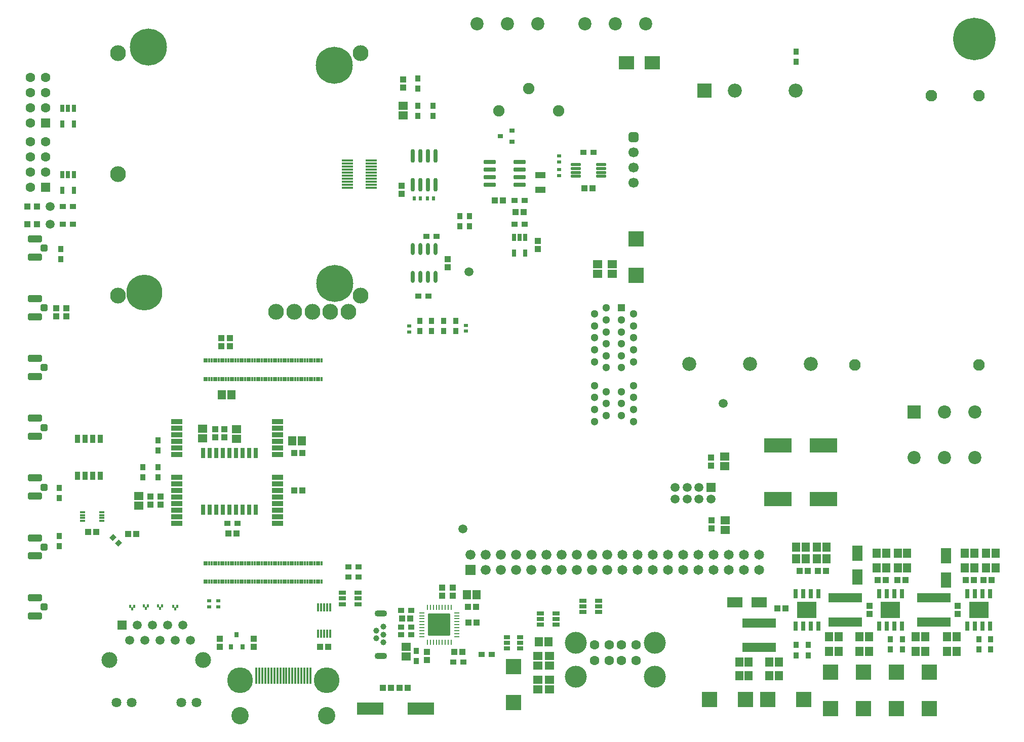
<source format=gts>
G04*
G04 #@! TF.GenerationSoftware,Altium Limited,Altium Designer,24.4.1 (13)*
G04*
G04 Layer_Color=8388736*
%FSLAX44Y44*%
%MOMM*%
G71*
G04*
G04 #@! TF.SameCoordinates,DEE5000B-EDBE-4967-835A-DE593A8545BB*
G04*
G04*
G04 #@! TF.FilePolarity,Negative*
G04*
G01*
G75*
%ADD31R,0.8000X0.9000*%
%ADD32R,1.0000X0.9000*%
%ADD36R,0.9000X1.0000*%
%ADD54R,0.9000X0.8000*%
%ADD57R,1.8000X1.0000*%
G04:AMPARAMS|DCode=58|XSize=1.625mm|YSize=0.5mm|CornerRadius=0.0625mm|HoleSize=0mm|Usage=FLASHONLY|Rotation=0.000|XOffset=0mm|YOffset=0mm|HoleType=Round|Shape=RoundedRectangle|*
%AMROUNDEDRECTD58*
21,1,1.6250,0.3750,0,0,0.0*
21,1,1.5000,0.5000,0,0,0.0*
1,1,0.1250,0.7500,-0.1875*
1,1,0.1250,-0.7500,-0.1875*
1,1,0.1250,-0.7500,0.1875*
1,1,0.1250,0.7500,0.1875*
%
%ADD58ROUNDEDRECTD58*%
%ADD61R,0.3000X1.4000*%
%ADD62R,4.5000X2.0000*%
G04:AMPARAMS|DCode=63|XSize=0.825mm|YSize=0.25mm|CornerRadius=0.0313mm|HoleSize=0mm|Usage=FLASHONLY|Rotation=180.000|XOffset=0mm|YOffset=0mm|HoleType=Round|Shape=RoundedRectangle|*
%AMROUNDEDRECTD63*
21,1,0.8250,0.1875,0,0,180.0*
21,1,0.7625,0.2500,0,0,180.0*
1,1,0.0625,-0.3813,0.0938*
1,1,0.0625,0.3813,0.0938*
1,1,0.0625,0.3813,-0.0938*
1,1,0.0625,-0.3813,-0.0938*
%
%ADD63ROUNDEDRECTD63*%
G04:AMPARAMS|DCode=64|XSize=0.25mm|YSize=0.825mm|CornerRadius=0.0313mm|HoleSize=0mm|Usage=FLASHONLY|Rotation=180.000|XOffset=0mm|YOffset=0mm|HoleType=Round|Shape=RoundedRectangle|*
%AMROUNDEDRECTD64*
21,1,0.2500,0.7625,0,0,180.0*
21,1,0.1875,0.8250,0,0,180.0*
1,1,0.0625,-0.0938,0.3813*
1,1,0.0625,0.0938,0.3813*
1,1,0.0625,0.0938,-0.3813*
1,1,0.0625,-0.0938,-0.3813*
%
%ADD64ROUNDEDRECTD64*%
%ADD65R,1.0600X0.6500*%
G04:AMPARAMS|DCode=68|XSize=1.95mm|YSize=0.6mm|CornerRadius=0.075mm|HoleSize=0mm|Usage=FLASHONLY|Rotation=180.000|XOffset=0mm|YOffset=0mm|HoleType=Round|Shape=RoundedRectangle|*
%AMROUNDEDRECTD68*
21,1,1.9500,0.4500,0,0,180.0*
21,1,1.8000,0.6000,0,0,180.0*
1,1,0.1500,-0.9000,0.2250*
1,1,0.1500,0.9000,0.2250*
1,1,0.1500,0.9000,-0.2250*
1,1,0.1500,-0.9000,-0.2250*
%
%ADD68ROUNDEDRECTD68*%
%ADD71R,1.1000X1.0000*%
%ADD72R,1.5000X1.4000*%
%ADD73R,0.3000X0.8000*%
%ADD74R,0.7000X1.2500*%
%ADD75R,1.0000X1.1000*%
%ADD76R,0.8000X1.8000*%
%ADD77R,0.7000X1.8000*%
%ADD78R,1.4000X1.5000*%
%ADD79R,0.7000X0.6000*%
%ADD80R,0.6000X0.7000*%
%ADD81O,0.7000X2.3000*%
%ADD82R,2.5500X2.6500*%
%ADD83R,5.6000X1.5300*%
%ADD84R,3.2000X2.7000*%
%ADD85R,0.7500X1.6250*%
%ADD86R,1.8000X2.6000*%
%ADD87R,1.2500X0.7000*%
%ADD88R,0.3000X0.5300*%
G04:AMPARAMS|DCode=89|XSize=2.3mm|YSize=1.15mm|CornerRadius=0.155mm|HoleSize=0mm|Usage=FLASHONLY|Rotation=180.000|XOffset=0mm|YOffset=0mm|HoleType=Round|Shape=RoundedRectangle|*
%AMROUNDEDRECTD89*
21,1,2.3000,0.8400,0,0,180.0*
21,1,1.9900,1.1500,0,0,180.0*
1,1,0.3100,-0.9950,0.4200*
1,1,0.3100,0.9950,0.4200*
1,1,0.3100,0.9950,-0.4200*
1,1,0.3100,-0.9950,-0.4200*
%
%ADD89ROUNDEDRECTD89*%
G04:AMPARAMS|DCode=90|XSize=1.15mm|YSize=1.15mm|CornerRadius=0.155mm|HoleSize=0mm|Usage=FLASHONLY|Rotation=90.000|XOffset=0mm|YOffset=0mm|HoleType=Round|Shape=RoundedRectangle|*
%AMROUNDEDRECTD90*
21,1,1.1500,0.8400,0,0,90.0*
21,1,0.8400,1.1500,0,0,90.0*
1,1,0.3100,0.4200,0.4200*
1,1,0.3100,0.4200,-0.4200*
1,1,0.3100,-0.4200,-0.4200*
1,1,0.3100,-0.4200,0.4200*
%
%ADD90ROUNDEDRECTD90*%
G04:AMPARAMS|DCode=91|XSize=0.725mm|YSize=0.95mm|CornerRadius=0mm|HoleSize=0mm|Usage=FLASHONLY|Rotation=135.000|XOffset=0mm|YOffset=0mm|HoleType=Round|Shape=Rectangle|*
%AMROTATEDRECTD91*
4,1,4,0.5922,0.0795,-0.0795,-0.5922,-0.5922,-0.0795,0.0795,0.5922,0.5922,0.0795,0.0*
%
%ADD91ROTATEDRECTD91*%

%ADD92R,0.9000X0.4000*%
%ADD93R,1.0000X1.0000*%
%ADD94C,1.5000*%
%ADD95R,0.4000X2.7000*%
%ADD96O,0.7000X2.0000*%
%ADD97R,0.8600X1.3500*%
%ADD98R,1.9000X0.3500*%
%ADD99R,1.9000X0.9000*%
G04:AMPARAMS|DCode=100|XSize=3.7mm|YSize=3.7mm|CornerRadius=0.1295mm|HoleSize=0mm|Usage=FLASHONLY|Rotation=180.000|XOffset=0mm|YOffset=0mm|HoleType=Round|Shape=RoundedRectangle|*
%AMROUNDEDRECTD100*
21,1,3.7000,3.4410,0,0,180.0*
21,1,3.4410,3.7000,0,0,180.0*
1,1,0.2590,-1.7205,1.7205*
1,1,0.2590,1.7205,1.7205*
1,1,0.2590,1.7205,-1.7205*
1,1,0.2590,-1.7205,-1.7205*
%
%ADD100ROUNDEDRECTD100*%
%ADD101R,2.5500X2.2500*%
%ADD102R,4.6500X2.4000*%
%ADD103R,2.6000X1.8000*%
%ADD104R,2.6500X2.5500*%
%ADD105C,1.0000*%
%ADD106O,2.1000X1.1000*%
%ADD107R,1.5000X1.5000*%
%ADD108C,1.6300*%
%ADD109C,2.6500*%
%ADD110C,0.1000*%
%ADD111C,7.1000*%
%ADD112C,1.6500*%
%ADD113C,1.6750*%
%ADD114R,1.6750X1.6750*%
%ADD115C,1.9000*%
%ADD116C,1.9500*%
%ADD117C,2.3500*%
%ADD118R,2.3500X2.3500*%
%ADD119C,2.2000*%
%ADD120R,2.2000X2.2000*%
%ADD121C,1.6000*%
%ADD122C,3.6700*%
%ADD123C,1.3000*%
%ADD124R,1.3000X1.3000*%
%ADD125C,4.3000*%
%ADD126C,2.9000*%
%ADD127C,1.7000*%
G04:AMPARAMS|DCode=128|XSize=1.7mm|YSize=1.7mm|CornerRadius=0.45mm|HoleSize=0mm|Usage=FLASHONLY|Rotation=90.000|XOffset=0mm|YOffset=0mm|HoleType=Round|Shape=RoundedRectangle|*
%AMROUNDEDRECTD128*
21,1,1.7000,0.8000,0,0,90.0*
21,1,0.8000,1.7000,0,0,90.0*
1,1,0.9000,0.4000,0.4000*
1,1,0.9000,0.4000,-0.4000*
1,1,0.9000,-0.4000,-0.4000*
1,1,0.9000,-0.4000,0.4000*
%
%ADD128ROUNDEDRECTD128*%
%ADD129C,2.6400*%
%ADD130C,6.1960*%
%ADD131C,6.0000*%
%ADD132R,1.6000X1.6000*%
D31*
X537000Y203000D02*
D03*
X546500Y183000D02*
D03*
X527500D02*
D03*
D32*
X1001500Y890000D02*
D03*
X1018500D02*
D03*
X857500Y770000D02*
D03*
X840500D02*
D03*
X1133500Y1010000D02*
D03*
X1116500D02*
D03*
X871000Y870000D02*
D03*
X854000D02*
D03*
X538500Y390000D02*
D03*
X521500D02*
D03*
X899000Y157500D02*
D03*
X916000D02*
D03*
X1001500Y930000D02*
D03*
X1018500D02*
D03*
X828500Y203000D02*
D03*
X811500D02*
D03*
X828500Y244000D02*
D03*
X811500D02*
D03*
X828500Y216000D02*
D03*
X811500D02*
D03*
X946500Y170000D02*
D03*
X963500D02*
D03*
X263500Y920000D02*
D03*
X246500D02*
D03*
X263500Y890000D02*
D03*
X246500D02*
D03*
X740500Y317000D02*
D03*
X723500D02*
D03*
X724000Y300000D02*
D03*
X741000D02*
D03*
D36*
X380000Y483500D02*
D03*
Y466500D02*
D03*
X405000D02*
D03*
Y483500D02*
D03*
X926500Y886500D02*
D03*
Y903500D02*
D03*
X910000Y886500D02*
D03*
Y903500D02*
D03*
X840000Y1133500D02*
D03*
Y1116500D02*
D03*
Y1071500D02*
D03*
Y1088500D02*
D03*
X865000Y1071500D02*
D03*
Y1088500D02*
D03*
X240000Y431500D02*
D03*
Y448500D02*
D03*
X242500Y831500D02*
D03*
Y848500D02*
D03*
X1472500Y1178500D02*
D03*
Y1161500D02*
D03*
X883000Y711500D02*
D03*
Y728500D02*
D03*
X863000Y711500D02*
D03*
Y728500D02*
D03*
X903000Y711500D02*
D03*
Y728500D02*
D03*
X843000Y711500D02*
D03*
Y728500D02*
D03*
X405000Y511500D02*
D03*
Y528500D02*
D03*
X837500Y176000D02*
D03*
Y159000D02*
D03*
X1492500Y169000D02*
D03*
Y186000D02*
D03*
X1472500D02*
D03*
Y169000D02*
D03*
X1797500Y179000D02*
D03*
Y196000D02*
D03*
X1777500D02*
D03*
Y179000D02*
D03*
X1650000D02*
D03*
Y196000D02*
D03*
X1630000D02*
D03*
Y179000D02*
D03*
X240000Y351500D02*
D03*
Y368500D02*
D03*
D54*
X997500Y1028000D02*
D03*
Y1047000D02*
D03*
X977500Y1037500D02*
D03*
D57*
X1045000Y947500D02*
D03*
Y972500D02*
D03*
D58*
X1146125Y989750D02*
D03*
Y983250D02*
D03*
Y976750D02*
D03*
Y970250D02*
D03*
X1103875D02*
D03*
Y976750D02*
D03*
Y983250D02*
D03*
Y989750D02*
D03*
D61*
X673000Y249000D02*
D03*
X678000D02*
D03*
X683000D02*
D03*
X688000D02*
D03*
X693000D02*
D03*
Y205000D02*
D03*
X688000D02*
D03*
X683000D02*
D03*
X678000D02*
D03*
X673000D02*
D03*
D62*
X845000Y80000D02*
D03*
X760000D02*
D03*
D63*
X905055Y200040D02*
D03*
Y205040D02*
D03*
Y210040D02*
D03*
Y215040D02*
D03*
Y220040D02*
D03*
Y225040D02*
D03*
Y230040D02*
D03*
Y235040D02*
D03*
Y240040D02*
D03*
X846305D02*
D03*
Y235040D02*
D03*
Y230040D02*
D03*
Y225040D02*
D03*
Y220040D02*
D03*
Y215040D02*
D03*
Y210040D02*
D03*
Y205040D02*
D03*
Y200040D02*
D03*
D64*
X895680Y249415D02*
D03*
X890680D02*
D03*
X885680D02*
D03*
X880680D02*
D03*
X875680D02*
D03*
X870680D02*
D03*
X865680D02*
D03*
X860680D02*
D03*
X855680D02*
D03*
Y190665D02*
D03*
X860680D02*
D03*
X865680D02*
D03*
X870680D02*
D03*
X875680D02*
D03*
X880680D02*
D03*
X885680D02*
D03*
X890680D02*
D03*
X895680D02*
D03*
D65*
X1011000Y180250D02*
D03*
Y189750D02*
D03*
Y199250D02*
D03*
X989000D02*
D03*
Y189750D02*
D03*
Y180250D02*
D03*
D68*
X1009750Y955950D02*
D03*
Y968650D02*
D03*
Y981350D02*
D03*
Y994050D02*
D03*
X960250D02*
D03*
Y981350D02*
D03*
Y968650D02*
D03*
Y955950D02*
D03*
D71*
X410000Y434250D02*
D03*
Y420750D02*
D03*
X392500Y434250D02*
D03*
Y420750D02*
D03*
X516000Y533250D02*
D03*
Y546750D02*
D03*
X501000Y533250D02*
D03*
Y546750D02*
D03*
X812500Y954250D02*
D03*
Y940750D02*
D03*
X815000Y1131750D02*
D03*
Y1118250D02*
D03*
X1742500Y238250D02*
D03*
Y251750D02*
D03*
X1330000Y499250D02*
D03*
Y485750D02*
D03*
X1330500Y394750D02*
D03*
Y381250D02*
D03*
X252500Y749250D02*
D03*
Y735750D02*
D03*
X235000Y749250D02*
D03*
Y735750D02*
D03*
X1040000Y848250D02*
D03*
Y861750D02*
D03*
X890000Y831750D02*
D03*
Y818250D02*
D03*
X565000Y196750D02*
D03*
Y183250D02*
D03*
X509000Y196750D02*
D03*
Y183250D02*
D03*
X526000Y686250D02*
D03*
Y699750D02*
D03*
X511000Y686250D02*
D03*
Y699750D02*
D03*
X880000Y281750D02*
D03*
Y268250D02*
D03*
X855000Y160750D02*
D03*
Y174250D02*
D03*
X898000Y281750D02*
D03*
Y268250D02*
D03*
X1595000Y251750D02*
D03*
Y238250D02*
D03*
D72*
X373000Y435000D02*
D03*
Y419000D02*
D03*
X537000Y531000D02*
D03*
Y547000D02*
D03*
X480000Y532000D02*
D03*
Y548000D02*
D03*
X815000Y1088000D02*
D03*
Y1072000D02*
D03*
X1352500Y501500D02*
D03*
Y485500D02*
D03*
X1353500Y395000D02*
D03*
Y379000D02*
D03*
X1165000Y823000D02*
D03*
Y807000D02*
D03*
X1140000Y823000D02*
D03*
Y807000D02*
D03*
X820000Y167000D02*
D03*
Y183000D02*
D03*
X1040000Y127750D02*
D03*
Y111750D02*
D03*
X1060000Y127750D02*
D03*
Y111750D02*
D03*
Y151750D02*
D03*
Y167750D02*
D03*
X1040000D02*
D03*
Y151750D02*
D03*
D73*
X679000Y661800D02*
D03*
Y631000D02*
D03*
X675000Y661800D02*
D03*
Y631000D02*
D03*
X671000Y661800D02*
D03*
Y631000D02*
D03*
X667000Y661800D02*
D03*
Y631000D02*
D03*
X663000Y661800D02*
D03*
Y631000D02*
D03*
X659000Y661800D02*
D03*
Y631000D02*
D03*
X655000Y661800D02*
D03*
Y631000D02*
D03*
X651000Y661800D02*
D03*
Y631000D02*
D03*
X647000Y661800D02*
D03*
Y631000D02*
D03*
X643000Y661800D02*
D03*
Y631000D02*
D03*
X639000Y661800D02*
D03*
Y631000D02*
D03*
X635000Y661800D02*
D03*
Y631000D02*
D03*
X631000Y661800D02*
D03*
Y631000D02*
D03*
X627000Y661800D02*
D03*
Y631000D02*
D03*
X623000Y661800D02*
D03*
Y631000D02*
D03*
X619000Y661800D02*
D03*
Y631000D02*
D03*
X615000Y661800D02*
D03*
Y631000D02*
D03*
X611000Y661800D02*
D03*
Y631000D02*
D03*
X607000Y661800D02*
D03*
Y631000D02*
D03*
X603000Y661800D02*
D03*
Y631000D02*
D03*
X599000Y661800D02*
D03*
Y631000D02*
D03*
X595000Y661800D02*
D03*
Y631000D02*
D03*
X591000Y661800D02*
D03*
Y631000D02*
D03*
X587000Y661800D02*
D03*
Y631000D02*
D03*
X583000Y661800D02*
D03*
Y631000D02*
D03*
X579000Y661800D02*
D03*
Y631000D02*
D03*
X575000Y661800D02*
D03*
Y631000D02*
D03*
X571000Y661800D02*
D03*
Y631000D02*
D03*
X567000Y661800D02*
D03*
Y631000D02*
D03*
X563000Y661800D02*
D03*
Y631000D02*
D03*
X559000Y661800D02*
D03*
Y631000D02*
D03*
X555000Y661800D02*
D03*
Y631000D02*
D03*
X551000Y661800D02*
D03*
Y631000D02*
D03*
X547000Y661800D02*
D03*
Y631000D02*
D03*
X543000Y661800D02*
D03*
Y631000D02*
D03*
X539000Y661800D02*
D03*
Y631000D02*
D03*
X535000Y661800D02*
D03*
Y631000D02*
D03*
X531000Y661800D02*
D03*
Y631000D02*
D03*
X527000Y661800D02*
D03*
Y631000D02*
D03*
X523000Y661800D02*
D03*
Y631000D02*
D03*
X519000Y661800D02*
D03*
Y631000D02*
D03*
X515000Y661800D02*
D03*
Y631000D02*
D03*
X511000Y661800D02*
D03*
Y631000D02*
D03*
X507000Y661800D02*
D03*
Y631000D02*
D03*
X503000Y661800D02*
D03*
Y631000D02*
D03*
X499000Y661800D02*
D03*
Y631000D02*
D03*
X495000Y661800D02*
D03*
Y631000D02*
D03*
X491000Y661800D02*
D03*
Y631000D02*
D03*
X487000Y661800D02*
D03*
Y631000D02*
D03*
X483000Y661800D02*
D03*
Y631000D02*
D03*
X679000Y322600D02*
D03*
Y291800D02*
D03*
X675000Y322600D02*
D03*
Y291800D02*
D03*
X671000Y322600D02*
D03*
Y291800D02*
D03*
X667000Y322600D02*
D03*
Y291800D02*
D03*
X663000Y322600D02*
D03*
Y291800D02*
D03*
X659000Y322600D02*
D03*
Y291800D02*
D03*
X655000Y322600D02*
D03*
Y291800D02*
D03*
X651000Y322600D02*
D03*
Y291800D02*
D03*
X647000Y322600D02*
D03*
Y291800D02*
D03*
X643000Y322600D02*
D03*
Y291800D02*
D03*
X639000Y322600D02*
D03*
Y291800D02*
D03*
X635000Y322600D02*
D03*
Y291800D02*
D03*
X631000Y322600D02*
D03*
Y291800D02*
D03*
X627000Y322600D02*
D03*
Y291800D02*
D03*
X623000Y322600D02*
D03*
Y291800D02*
D03*
X619000Y322600D02*
D03*
Y291800D02*
D03*
X615000Y322600D02*
D03*
Y291800D02*
D03*
X611000Y322600D02*
D03*
Y291800D02*
D03*
X607000Y322600D02*
D03*
Y291800D02*
D03*
X603000Y322600D02*
D03*
Y291800D02*
D03*
X599000Y322600D02*
D03*
Y291800D02*
D03*
X595000Y322600D02*
D03*
Y291800D02*
D03*
X591000Y322600D02*
D03*
Y291800D02*
D03*
X587000Y322600D02*
D03*
Y291800D02*
D03*
X583000Y322600D02*
D03*
Y291800D02*
D03*
X579000Y322600D02*
D03*
Y291800D02*
D03*
X575000Y322600D02*
D03*
Y291800D02*
D03*
X571000Y322600D02*
D03*
Y291800D02*
D03*
X567000Y322600D02*
D03*
Y291800D02*
D03*
X563000Y322600D02*
D03*
Y291800D02*
D03*
X559000Y322600D02*
D03*
Y291800D02*
D03*
X555000Y322600D02*
D03*
Y291800D02*
D03*
X551000Y322600D02*
D03*
Y291800D02*
D03*
X547000Y322600D02*
D03*
Y291800D02*
D03*
X543000Y322600D02*
D03*
Y291800D02*
D03*
X539000Y322600D02*
D03*
Y291800D02*
D03*
X535000Y322600D02*
D03*
Y291800D02*
D03*
X531000Y322600D02*
D03*
Y291800D02*
D03*
X527000Y322600D02*
D03*
Y291800D02*
D03*
X523000Y322600D02*
D03*
Y291800D02*
D03*
X519000Y322600D02*
D03*
Y291800D02*
D03*
X515000Y322600D02*
D03*
Y291800D02*
D03*
X511000Y322600D02*
D03*
Y291800D02*
D03*
X507000Y322600D02*
D03*
Y291800D02*
D03*
X503000Y322600D02*
D03*
Y291800D02*
D03*
X499000Y322600D02*
D03*
Y291800D02*
D03*
X495000Y322600D02*
D03*
Y291800D02*
D03*
X491000Y322600D02*
D03*
Y291800D02*
D03*
X487000Y322600D02*
D03*
Y291800D02*
D03*
X483000Y322600D02*
D03*
Y291800D02*
D03*
D74*
X264500Y947000D02*
D03*
X245500D02*
D03*
Y973000D02*
D03*
X255000D02*
D03*
X264500D02*
D03*
X1019500Y868000D02*
D03*
X1010000D02*
D03*
X1000500D02*
D03*
Y842000D02*
D03*
X1019500D02*
D03*
X264500Y1084000D02*
D03*
X255000D02*
D03*
X245500D02*
D03*
Y1058000D02*
D03*
X264500D02*
D03*
D75*
X523250Y372500D02*
D03*
X536750D02*
D03*
X633250Y445000D02*
D03*
X646750D02*
D03*
X633250Y507500D02*
D03*
X646750D02*
D03*
X1641500Y295000D02*
D03*
X1655000D02*
D03*
X1769250D02*
D03*
X1755750D02*
D03*
X1785750D02*
D03*
X1799250D02*
D03*
X936750Y250000D02*
D03*
X923250D02*
D03*
X368750Y372000D02*
D03*
X355250D02*
D03*
X288250Y375000D02*
D03*
X301750D02*
D03*
X1016750Y910000D02*
D03*
X1003250D02*
D03*
X1454250Y247500D02*
D03*
X1440750D02*
D03*
X689750Y183000D02*
D03*
X676250D02*
D03*
X781250Y114500D02*
D03*
X794750D02*
D03*
X823000D02*
D03*
X809500D02*
D03*
X1131750Y950000D02*
D03*
X1118250D02*
D03*
X981750Y930000D02*
D03*
X968250D02*
D03*
X937750Y224000D02*
D03*
X924250D02*
D03*
X914000Y174500D02*
D03*
X900500D02*
D03*
X813250Y230000D02*
D03*
X826750D02*
D03*
X1478250Y310000D02*
D03*
X1491750D02*
D03*
X1521750D02*
D03*
X1508250D02*
D03*
X1608250Y295000D02*
D03*
X1621750D02*
D03*
D76*
X514000Y412500D02*
D03*
Y507500D02*
D03*
X503000D02*
D03*
X492000D02*
D03*
Y412500D02*
D03*
X525000D02*
D03*
X536000D02*
D03*
X525000Y507500D02*
D03*
X558000Y412500D02*
D03*
X547000D02*
D03*
X503000D02*
D03*
X536000Y507500D02*
D03*
X547000D02*
D03*
X558000D02*
D03*
D77*
X569000Y412500D02*
D03*
X481000D02*
D03*
Y507500D02*
D03*
X569000D02*
D03*
D78*
X645500Y527500D02*
D03*
X629500D02*
D03*
X1724500Y200000D02*
D03*
X1740500D02*
D03*
X1724500Y175000D02*
D03*
X1740500D02*
D03*
X1789500Y315000D02*
D03*
X1805500D02*
D03*
X1754500D02*
D03*
X1770500D02*
D03*
Y340000D02*
D03*
X1754500D02*
D03*
X1789500D02*
D03*
X1805500D02*
D03*
X938000Y270000D02*
D03*
X922000D02*
D03*
X1058000Y191750D02*
D03*
X1042000D02*
D03*
X1488000Y330000D02*
D03*
X1472000D02*
D03*
X1488000Y350000D02*
D03*
X1472000D02*
D03*
X1507000Y330000D02*
D03*
X1523000D02*
D03*
X1507000Y350000D02*
D03*
X1523000D02*
D03*
X1443000Y157500D02*
D03*
X1427000D02*
D03*
X1443000Y135000D02*
D03*
X1427000D02*
D03*
X1393000D02*
D03*
X1377000D02*
D03*
X1393000Y157500D02*
D03*
X1377000D02*
D03*
X1594000Y175000D02*
D03*
X1578000D02*
D03*
X1672000D02*
D03*
X1688000D02*
D03*
X1672000Y200000D02*
D03*
X1688000D02*
D03*
X1658000Y315000D02*
D03*
X1642000D02*
D03*
X1594000Y200000D02*
D03*
X1578000D02*
D03*
X1527000Y175000D02*
D03*
X1543000D02*
D03*
X1527000Y200000D02*
D03*
X1543000D02*
D03*
X528000Y605000D02*
D03*
X512000D02*
D03*
X1607000Y315000D02*
D03*
X1623000D02*
D03*
X1607000Y340000D02*
D03*
X1623000D02*
D03*
X1658000D02*
D03*
X1642000D02*
D03*
D79*
X1076000Y1004000D02*
D03*
Y994000D02*
D03*
Y971000D02*
D03*
Y981000D02*
D03*
X506000Y250000D02*
D03*
Y260000D02*
D03*
X491000D02*
D03*
Y250000D02*
D03*
X825000Y720000D02*
D03*
Y710000D02*
D03*
X920000Y721000D02*
D03*
Y711000D02*
D03*
D80*
X856000Y933500D02*
D03*
X866000D02*
D03*
X844000D02*
D03*
X834000D02*
D03*
D81*
X856350Y1004000D02*
D03*
X869050D02*
D03*
X856350Y956000D02*
D03*
X843650Y1004000D02*
D03*
X830950D02*
D03*
X843650Y956000D02*
D03*
X869050D02*
D03*
X830950D02*
D03*
D82*
X1205000Y865250D02*
D03*
Y804750D02*
D03*
X1695000Y140250D02*
D03*
Y79750D02*
D03*
X1000000Y150000D02*
D03*
Y89500D02*
D03*
X1640000Y140250D02*
D03*
Y79750D02*
D03*
X1585000Y140250D02*
D03*
Y79750D02*
D03*
X1530000Y140250D02*
D03*
Y79750D02*
D03*
D83*
X1702500Y224800D02*
D03*
Y265200D02*
D03*
X1554000Y224800D02*
D03*
Y265200D02*
D03*
X1410000Y182300D02*
D03*
Y222700D02*
D03*
D84*
X1490000Y245000D02*
D03*
X1777500D02*
D03*
X1630000D02*
D03*
D85*
X1470950Y272120D02*
D03*
X1483650D02*
D03*
X1496350D02*
D03*
X1509050D02*
D03*
Y217880D02*
D03*
X1496350D02*
D03*
X1483650D02*
D03*
X1470950D02*
D03*
X1758450D02*
D03*
X1771150D02*
D03*
X1783850D02*
D03*
X1796550D02*
D03*
Y272120D02*
D03*
X1783850D02*
D03*
X1771150D02*
D03*
X1758450D02*
D03*
X1610950Y217880D02*
D03*
X1623650D02*
D03*
X1636350D02*
D03*
X1649050D02*
D03*
Y272120D02*
D03*
X1636350D02*
D03*
X1623650D02*
D03*
X1610950D02*
D03*
D86*
X1722500Y295000D02*
D03*
Y335000D02*
D03*
X1575000Y300000D02*
D03*
Y340000D02*
D03*
D87*
X1045000Y220250D02*
D03*
Y229750D02*
D03*
Y239250D02*
D03*
X1071000D02*
D03*
Y229750D02*
D03*
Y220250D02*
D03*
X1116000Y241250D02*
D03*
Y250750D02*
D03*
Y260250D02*
D03*
X1142000D02*
D03*
Y250750D02*
D03*
Y241250D02*
D03*
X713500Y273500D02*
D03*
Y264000D02*
D03*
Y254500D02*
D03*
X739500D02*
D03*
Y264000D02*
D03*
Y273500D02*
D03*
D88*
X434000Y246900D02*
D03*
X430500Y251100D02*
D03*
X437500D02*
D03*
X409000Y247000D02*
D03*
X405500Y251200D02*
D03*
X412500D02*
D03*
X385000Y247000D02*
D03*
X381500Y251200D02*
D03*
X388500D02*
D03*
X362000Y246900D02*
D03*
X358500Y251100D02*
D03*
X365500D02*
D03*
D89*
X200000Y365400D02*
D03*
Y335000D02*
D03*
Y265400D02*
D03*
Y235000D02*
D03*
Y435000D02*
D03*
Y465400D02*
D03*
Y565400D02*
D03*
Y535000D02*
D03*
Y635000D02*
D03*
Y665400D02*
D03*
Y765400D02*
D03*
Y735000D02*
D03*
Y865400D02*
D03*
Y835000D02*
D03*
D90*
X215000Y350000D02*
D03*
Y250000D02*
D03*
Y450000D02*
D03*
Y550000D02*
D03*
Y650000D02*
D03*
Y750000D02*
D03*
Y850000D02*
D03*
D91*
X339685Y356315D02*
D03*
X330315Y365685D02*
D03*
D92*
X279000Y408500D02*
D03*
Y403500D02*
D03*
Y398500D02*
D03*
Y393500D02*
D03*
X311000D02*
D03*
Y398500D02*
D03*
Y403500D02*
D03*
Y408500D02*
D03*
D93*
X187000Y920000D02*
D03*
X203000D02*
D03*
Y890000D02*
D03*
X187000D02*
D03*
D94*
X1350000Y590000D02*
D03*
X225000Y920000D02*
D03*
Y890000D02*
D03*
X925000Y810000D02*
D03*
X915000Y380000D02*
D03*
X358150Y193600D02*
D03*
X370850Y219000D02*
D03*
X383550Y193600D02*
D03*
X396250Y219000D02*
D03*
X408950Y193600D02*
D03*
X421650Y219000D02*
D03*
X434350Y193600D02*
D03*
X447050Y219000D02*
D03*
X459750Y193600D02*
D03*
X1270000Y430000D02*
D03*
Y450000D02*
D03*
X1290000Y430000D02*
D03*
Y450000D02*
D03*
X1310000Y430000D02*
D03*
Y450000D02*
D03*
X1330000Y430000D02*
D03*
D95*
X570000Y135100D02*
D03*
X575000D02*
D03*
X580000D02*
D03*
X585000D02*
D03*
X590000D02*
D03*
X595000D02*
D03*
X600000D02*
D03*
X605000D02*
D03*
X610000D02*
D03*
X615000D02*
D03*
X620000D02*
D03*
X625000D02*
D03*
X630000D02*
D03*
X635000D02*
D03*
X640000D02*
D03*
X645000D02*
D03*
X650000D02*
D03*
X655000D02*
D03*
X660000D02*
D03*
D96*
X843650Y848500D02*
D03*
X830950D02*
D03*
X843650Y801500D02*
D03*
X856350Y848500D02*
D03*
X869050D02*
D03*
X856350Y801500D02*
D03*
X869050D02*
D03*
X830950D02*
D03*
D97*
X309050Y530750D02*
D03*
Y469250D02*
D03*
X296350Y530750D02*
D03*
Y469250D02*
D03*
X283650Y530750D02*
D03*
Y469250D02*
D03*
X270950Y530750D02*
D03*
Y469250D02*
D03*
D98*
X761675Y981173D02*
D03*
X721675Y976093D02*
D03*
Y960853D02*
D03*
X761675Y950693D02*
D03*
X721675Y981173D02*
D03*
Y986253D02*
D03*
Y991333D02*
D03*
Y996413D02*
D03*
Y950693D02*
D03*
Y955773D02*
D03*
X761675Y991333D02*
D03*
Y996413D02*
D03*
Y986253D02*
D03*
Y976093D02*
D03*
Y971013D02*
D03*
X721675D02*
D03*
X761675Y965933D02*
D03*
X721675D02*
D03*
X761675Y960853D02*
D03*
Y955773D02*
D03*
D99*
X605000Y390000D02*
D03*
Y401000D02*
D03*
Y412000D02*
D03*
Y423000D02*
D03*
Y456000D02*
D03*
Y516000D02*
D03*
Y549000D02*
D03*
Y560000D02*
D03*
X437000D02*
D03*
Y538000D02*
D03*
Y467000D02*
D03*
Y390000D02*
D03*
Y549000D02*
D03*
Y401000D02*
D03*
Y516000D02*
D03*
Y527000D02*
D03*
Y505000D02*
D03*
X605000D02*
D03*
X437000Y445000D02*
D03*
Y456000D02*
D03*
X605000Y538000D02*
D03*
Y445000D02*
D03*
Y527000D02*
D03*
X437000Y434000D02*
D03*
X605000D02*
D03*
Y467000D02*
D03*
X437000Y423000D02*
D03*
Y412000D02*
D03*
D100*
X875680Y220040D02*
D03*
D101*
X1231500Y1160000D02*
D03*
X1188500D02*
D03*
D102*
X1442000Y430000D02*
D03*
X1518000D02*
D03*
Y520000D02*
D03*
X1442000D02*
D03*
D103*
X1410000Y257500D02*
D03*
X1370000D02*
D03*
D104*
X1424750Y95000D02*
D03*
X1485250D02*
D03*
X1387750D02*
D03*
X1327250D02*
D03*
D105*
X782000Y190500D02*
D03*
Y216500D02*
D03*
Y203500D02*
D03*
X770000Y210000D02*
D03*
Y197000D02*
D03*
D106*
X777800Y167750D02*
D03*
Y239250D02*
D03*
D107*
X345450Y219000D02*
D03*
X1330000Y450000D02*
D03*
D108*
X335850Y89500D02*
D03*
X361250D02*
D03*
X443950D02*
D03*
X469350D02*
D03*
D109*
X324100Y160600D02*
D03*
X481100D02*
D03*
D110*
X220000Y1200000D02*
D03*
X850000D02*
D03*
X220000Y100000D02*
D03*
X920000D02*
D03*
X1770000D02*
D03*
D111*
Y1200000D02*
D03*
D112*
X1283600Y337400D02*
D03*
Y312000D02*
D03*
X1258200Y337400D02*
D03*
Y312000D02*
D03*
X1232800Y337400D02*
D03*
Y312000D02*
D03*
X1207400Y337400D02*
D03*
Y312000D02*
D03*
X1182000Y337400D02*
D03*
Y312000D02*
D03*
X1309000D02*
D03*
Y337400D02*
D03*
X1334400Y312000D02*
D03*
Y337400D02*
D03*
X1359800Y312000D02*
D03*
Y337400D02*
D03*
X1385200Y312000D02*
D03*
Y337400D02*
D03*
X1410600Y312000D02*
D03*
Y337400D02*
D03*
D113*
X1105800D02*
D03*
Y312000D02*
D03*
X1080400Y337400D02*
D03*
Y312000D02*
D03*
X1055000Y337400D02*
D03*
Y312000D02*
D03*
X1029600Y337400D02*
D03*
Y312000D02*
D03*
X1004200Y337400D02*
D03*
Y312000D02*
D03*
X978800Y337400D02*
D03*
Y312000D02*
D03*
X953400Y337400D02*
D03*
Y312000D02*
D03*
X928000Y337400D02*
D03*
X1156600D02*
D03*
Y312000D02*
D03*
X1131200Y337400D02*
D03*
Y312000D02*
D03*
D114*
X928000D02*
D03*
D115*
X1025000Y1117000D02*
D03*
X975000Y1080000D02*
D03*
X1075000D02*
D03*
D116*
X1570000Y655000D02*
D03*
X1778000D02*
D03*
Y1105000D02*
D03*
X1698000D02*
D03*
D117*
X1293400Y656400D02*
D03*
X1369600Y1113600D02*
D03*
X1471200D02*
D03*
X1496600Y656400D02*
D03*
X1395000D02*
D03*
D118*
X1318800Y1113600D02*
D03*
D119*
X1720000Y500000D02*
D03*
X1770800Y576200D02*
D03*
X1669200Y500000D02*
D03*
X1770800D02*
D03*
X1720000Y576200D02*
D03*
X939200Y1225000D02*
D03*
X990000D02*
D03*
X1040800D02*
D03*
X1119200D02*
D03*
X1170000D02*
D03*
X1220800D02*
D03*
D120*
X1669200Y576200D02*
D03*
D121*
X1135000Y159870D02*
D03*
X1160000D02*
D03*
X1180000D02*
D03*
X1205000D02*
D03*
X1135000Y186070D02*
D03*
X1160000D02*
D03*
X1180000D02*
D03*
X1205000D02*
D03*
X192300Y1028100D02*
D03*
X217700D02*
D03*
X192300Y951900D02*
D03*
Y1002700D02*
D03*
X217700Y977300D02*
D03*
X192300D02*
D03*
X217700Y1002700D02*
D03*
X192300Y1135600D02*
D03*
X217700D02*
D03*
X192300Y1059400D02*
D03*
Y1110200D02*
D03*
X217700Y1084800D02*
D03*
X192300D02*
D03*
X217700Y1110200D02*
D03*
D122*
X1104300Y132770D02*
D03*
Y189570D02*
D03*
X1235700D02*
D03*
Y132770D02*
D03*
D123*
X1135000Y560000D02*
D03*
X1155000Y570000D02*
D03*
X1135000Y580000D02*
D03*
X1155000Y590000D02*
D03*
X1135000Y600000D02*
D03*
X1155000Y610000D02*
D03*
X1135000Y620000D02*
D03*
Y660000D02*
D03*
X1155000Y670000D02*
D03*
X1135000Y680000D02*
D03*
X1155000Y690000D02*
D03*
X1135000Y700000D02*
D03*
X1155000Y710000D02*
D03*
X1135000Y720000D02*
D03*
X1155000Y730000D02*
D03*
X1135000Y740000D02*
D03*
X1155000Y750000D02*
D03*
X1200000Y560000D02*
D03*
X1180000Y570000D02*
D03*
X1200000Y580000D02*
D03*
X1180000Y590000D02*
D03*
X1200000Y600000D02*
D03*
X1180000Y610000D02*
D03*
X1200000Y620000D02*
D03*
Y660000D02*
D03*
X1180000Y670000D02*
D03*
X1200000Y680000D02*
D03*
X1180000Y690000D02*
D03*
X1200000Y700000D02*
D03*
X1180000Y710000D02*
D03*
X1200000Y720000D02*
D03*
X1180000Y730000D02*
D03*
X1200000Y740000D02*
D03*
X1180000Y650000D02*
D03*
X1155000D02*
D03*
D124*
X1180000Y750000D02*
D03*
D125*
X542500Y127500D02*
D03*
X687500D02*
D03*
D126*
X542500Y67900D02*
D03*
X687500D02*
D03*
D127*
X1200000Y959600D02*
D03*
Y1010400D02*
D03*
Y985000D02*
D03*
D128*
Y1035800D02*
D03*
D129*
X338325Y973500D02*
D03*
X744325Y770500D02*
D03*
X723325Y743500D02*
D03*
X602365D02*
D03*
X338325Y770500D02*
D03*
X632845Y743500D02*
D03*
X663325D02*
D03*
X693325D02*
D03*
X744325Y1176500D02*
D03*
X338325D02*
D03*
D130*
X699875Y1155926D02*
D03*
X389125Y1186660D02*
D03*
X700550Y790574D02*
D03*
D131*
X382775Y775580D02*
D03*
D132*
X217700Y951900D02*
D03*
Y1059400D02*
D03*
M02*

</source>
